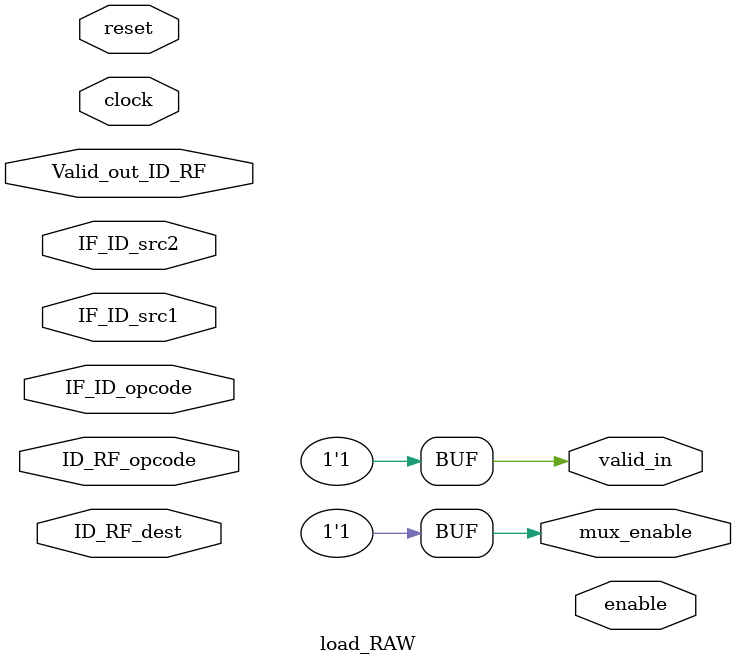
<source format=v>
module load_RAW(IF_ID_src1,
IF_ID_src2,
ID_RF_opcode,
IF_ID_opcode,
ID_RF_dest,mux_enable,valid_in,
Valid_out_ID_RF,enable,
clock,
reset);


output reg  mux_enable;
output reg valid_in;
output reg enable;

input [2:0] IF_ID_src1, IF_ID_src2;
input [2:0] ID_RF_dest;
input [3:0] ID_RF_opcode, IF_ID_opcode;
input Valid_out_ID_RF;
input clock,reset;

always @(IF_ID_src1, IF_ID_src2, ID_RF_dest, ID_RF_opcode, IF_ID_opcode, 
Valid_out_ID_RF)

begin
case(ID_RF_opcode)
0100://LW
begin
if(((IF_ID_src1 == ID_RF_dest)  || (IF_ID_src2 == ID_RF_dest)) && (IF_ID_opcode == 4'b0000 || IF_ID_opcode == 4'b0001 || IF_ID_opcode == 4'b0010 
			|| IF_ID_opcode == 4'b1000 ) && Valid_out_ID_RF) //checking load and next instruction dependency
			begin
				mux_enable = 1'b0;
				valid_in =1'b0;
			
			end
			else
			begin
				mux_enable = 1'b1;
				valid_in =1'b1;
				
			end
		end
default:
begin
mux_enable =2'b1;
valid_in =1'b1;
end

endcase
end
endmodule


</source>
